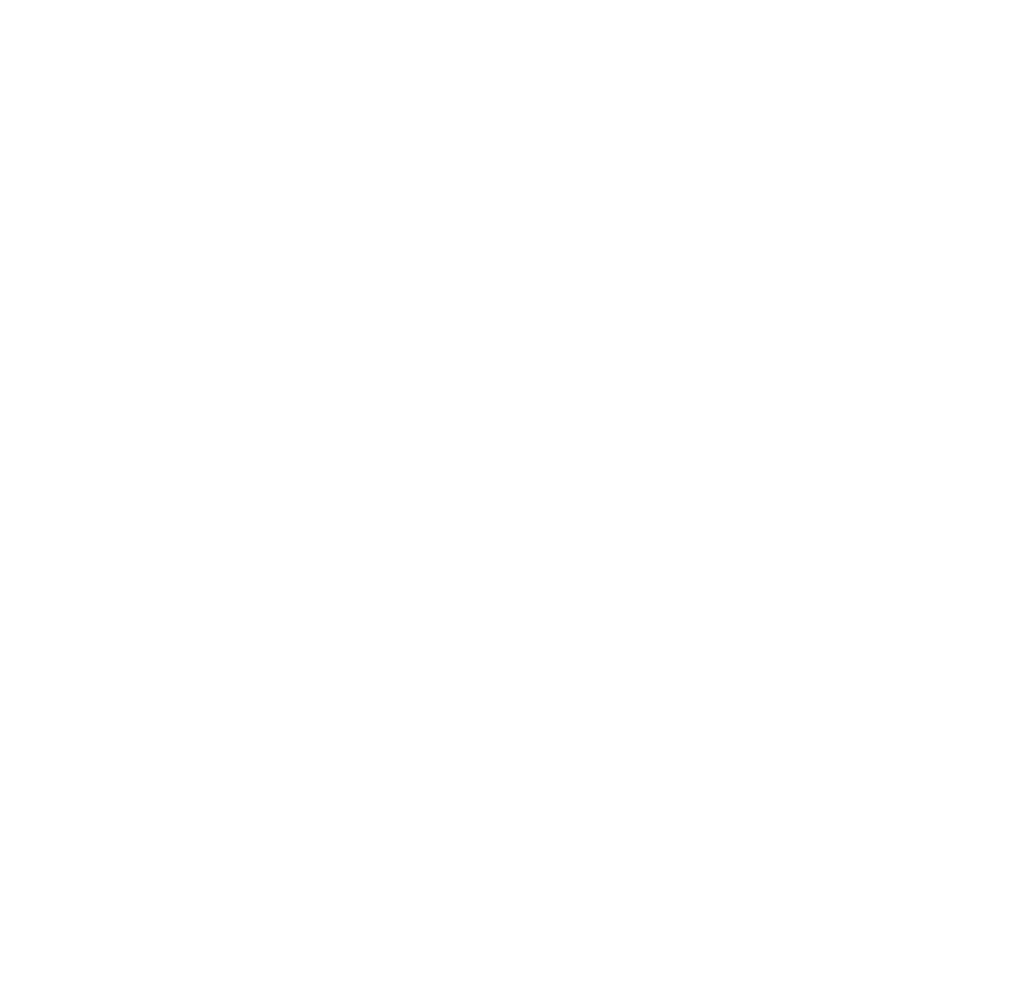
<source format=kicad_pcb>
(kicad_pcb (version 20171130) (host pcbnew "(5.1.5-0-10_14)")

  (general
    (thickness 1.6)
    (drawings 82)
    (tracks 0)
    (zones 0)
    (modules 0)
    (nets 1)
  )

  (page A4)
  (title_block
    (title "Pinky3 Top Plate Design")
    (date 2018-12-23)
    (rev 0.3)
    (company @tamanishi)
  )

  (layers
    (0 F.Cu signal)
    (31 B.Cu signal)
    (32 B.Adhes user)
    (33 F.Adhes user)
    (34 B.Paste user)
    (35 F.Paste user)
    (36 B.SilkS user)
    (37 F.SilkS user)
    (38 B.Mask user)
    (39 F.Mask user)
    (40 Dwgs.User user hide)
    (41 Cmts.User user)
    (42 Eco1.User user)
    (43 Eco2.User user)
    (44 Edge.Cuts user)
    (45 Margin user)
    (46 B.CrtYd user)
    (47 F.CrtYd user)
    (48 B.Fab user)
    (49 F.Fab user)
  )

  (setup
    (last_trace_width 0.25)
    (user_trace_width 0.5)
    (trace_clearance 0.2)
    (zone_clearance 0.508)
    (zone_45_only no)
    (trace_min 0.2)
    (via_size 0.6)
    (via_drill 0.4)
    (via_min_size 0.4)
    (via_min_drill 0.3)
    (uvia_size 0.4)
    (uvia_drill 0.3)
    (uvias_allowed no)
    (uvia_min_size 0.4)
    (uvia_min_drill 0.3)
    (edge_width 0.15)
    (segment_width 0.15)
    (pcb_text_width 0.3)
    (pcb_text_size 1.5 1.5)
    (mod_edge_width 0.15)
    (mod_text_size 1 1)
    (mod_text_width 0.15)
    (pad_size 5 5)
    (pad_drill 4.8)
    (pad_to_mask_clearance 0.2)
    (solder_mask_min_width 0.25)
    (aux_axis_origin 41 54.3)
    (visible_elements FFFFE77F)
    (pcbplotparams
      (layerselection 0x01000_7ffffffe)
      (usegerberextensions false)
      (usegerberattributes false)
      (usegerberadvancedattributes false)
      (creategerberjobfile false)
      (excludeedgelayer true)
      (linewidth 0.100000)
      (plotframeref false)
      (viasonmask false)
      (mode 1)
      (useauxorigin false)
      (hpglpennumber 1)
      (hpglpenspeed 20)
      (hpglpendiameter 15.000000)
      (psnegative false)
      (psa4output false)
      (plotreference true)
      (plotvalue true)
      (plotinvisibletext false)
      (padsonsilk false)
      (subtractmaskfromsilk false)
      (outputformat 3)
      (mirror false)
      (drillshape 0)
      (scaleselection 1)
      (outputdirectory "Gerber/"))
  )

  (net 0 "")

  (net_class Default "This is the default net class."
    (clearance 0.2)
    (trace_width 0.25)
    (via_dia 0.6)
    (via_drill 0.4)
    (uvia_dia 0.4)
    (uvia_drill 0.3)
  )

  (gr_circle (center 103.475 71.7) (end 104.702294 71.7) (layer Edge.Cuts) (width 0.00001) (tstamp 5DEB7948))
  (gr_arc (start 101.875 55.6) (end 101.875 54.9) (angle -90) (layer Edge.Cuts) (width 0.00001) (tstamp 5DEB7947))
  (gr_arc (start 138.895 73.3) (end 138.895 74) (angle -90) (layer Edge.Cuts) (width 0.00001) (tstamp 5DEB7946))
  (gr_line (start 138.895 74) (end 101.875 74) (layer Edge.Cuts) (width 0.00001) (tstamp 5DEB7945))
  (gr_line (start 101.175 73.3) (end 101.175 55.6) (layer Edge.Cuts) (width 0.00001) (tstamp 5DEB7944))
  (gr_arc (start 138.9 55.6) (end 139.595 55.6) (angle -90) (layer Edge.Cuts) (width 0.00001) (tstamp 5DEB7943))
  (gr_line (start 139.595 73.3) (end 139.595 55.6) (layer Edge.Cuts) (width 0.00001) (tstamp 5DEB7942))
  (gr_circle (center 103.475 57.2) (end 104.702294 57.2) (layer Edge.Cuts) (width 0.00001) (tstamp 5DEB7941))
  (gr_line (start 138.9 54.905) (end 101.875 54.9) (layer Edge.Cuts) (width 0.00001) (tstamp 5DEB7940))
  (gr_arc (start 101.875 73.3) (end 101.175 73.3) (angle -90) (layer Edge.Cuts) (width 0.00001) (tstamp 5DEB793F))
  (gr_circle (center 103.475 92.375) (end 104.702294 92.375) (layer Edge.Cuts) (width 0.00001) (tstamp 5DEB778A))
  (gr_arc (start 101.875 76.275) (end 101.875 75.575) (angle -90) (layer Edge.Cuts) (width 0.00001) (tstamp 5DEB7789))
  (gr_circle (center 103.475 77.875) (end 104.702294 77.875) (layer Edge.Cuts) (width 0.00001) (tstamp 5DEB7788))
  (gr_line (start 138.9 75.58) (end 101.875 75.575) (layer Edge.Cuts) (width 0.00001) (tstamp 5DEB7787))
  (gr_arc (start 138.895 93.975) (end 138.895 94.675) (angle -90) (layer Edge.Cuts) (width 0.00001) (tstamp 5DEB7786))
  (gr_line (start 138.895 94.675) (end 101.875 94.675) (layer Edge.Cuts) (width 0.00001) (tstamp 5DEB7785))
  (gr_arc (start 101.875 93.975) (end 101.175 93.975) (angle -90) (layer Edge.Cuts) (width 0.00001) (tstamp 5DEB7784))
  (gr_line (start 139.595 93.975) (end 139.595 76.275) (layer Edge.Cuts) (width 0.00001) (tstamp 5DEB7783))
  (gr_line (start 101.175 93.975) (end 101.175 76.275) (layer Edge.Cuts) (width 0.00001) (tstamp 5DEB7782))
  (gr_arc (start 138.9 76.275) (end 139.595 76.275) (angle -90) (layer Edge.Cuts) (width 0.00001) (tstamp 5DEB7781))
  (gr_arc (start 129.275 152.7) (end 129.275 153.4) (angle -90) (layer Edge.Cuts) (width 0.00001) (tstamp 5DEB4047))
  (gr_line (start 111.575 96.6) (end 129.275 96.6) (layer Edge.Cuts) (width 0.00001) (tstamp 5DEB4046))
  (gr_line (start 111.575 153.4) (end 129.275 153.4) (layer Edge.Cuts) (width 0.00001) (tstamp 5DEB4045))
  (gr_arc (start 111.575 97.3) (end 111.575 96.6) (angle -90) (layer Edge.Cuts) (width 0.00001) (tstamp 5DEB4044))
  (gr_line (start 110.875 152.7) (end 110.875 97.3) (layer Edge.Cuts) (width 0.00001) (tstamp 5DEB4043))
  (gr_arc (start 111.575 152.7) (end 110.875 152.7) (angle -90) (layer Edge.Cuts) (width 0.00001) (tstamp 5DEB4042))
  (gr_line (start 129.975 152.7) (end 129.975 97.3) (layer Edge.Cuts) (width 0.00001) (tstamp 5DEB4041))
  (gr_circle (center 127.675 98.9) (end 127.675 100.127294) (layer Edge.Cuts) (width 0.00001) (tstamp 5DEB4040))
  (gr_arc (start 129.275 97.3) (end 129.975 97.3) (angle -90) (layer Edge.Cuts) (width 0.00001) (tstamp 5DEB403F))
  (gr_circle (center 113.175 98.9) (end 113.175 100.127294) (layer Edge.Cuts) (width 0.00001) (tstamp 5DEB403E))
  (gr_arc (start 106.825 152.75) (end 106.825 153.45) (angle -90) (layer Edge.Cuts) (width 0.00001) (tstamp 5DEB4047))
  (gr_line (start 89.125 96.65) (end 106.825 96.65) (layer Edge.Cuts) (width 0.00001) (tstamp 5DEB4046))
  (gr_line (start 89.125 153.45) (end 106.825 153.45) (layer Edge.Cuts) (width 0.00001) (tstamp 5DEB4045))
  (gr_arc (start 89.125 97.35) (end 89.125 96.65) (angle -90) (layer Edge.Cuts) (width 0.00001) (tstamp 5DEB4044))
  (gr_line (start 88.425 152.75) (end 88.425 97.35) (layer Edge.Cuts) (width 0.00001) (tstamp 5DEB4043))
  (gr_arc (start 89.125 152.75) (end 88.425 152.75) (angle -90) (layer Edge.Cuts) (width 0.00001) (tstamp 5DEB4042))
  (gr_line (start 107.525 152.75) (end 107.525 97.35) (layer Edge.Cuts) (width 0.00001) (tstamp 5DEB4041))
  (gr_circle (center 105.225 98.95) (end 105.225 100.177294) (layer Edge.Cuts) (width 0.00001) (tstamp 5DEB4040))
  (gr_arc (start 106.825 97.35) (end 107.525 97.35) (angle -90) (layer Edge.Cuts) (width 0.00001) (tstamp 5DEB403F))
  (gr_circle (center 90.725 98.95) (end 90.725 100.177294) (layer Edge.Cuts) (width 0.00001) (tstamp 5DEB403E))
  (gr_arc (start 83.725 152.625) (end 83.725 153.325) (angle -90) (layer Edge.Cuts) (width 0.00001) (tstamp 5DEB4047))
  (gr_line (start 66.025 96.525) (end 83.725 96.525) (layer Edge.Cuts) (width 0.00001) (tstamp 5DEB4046))
  (gr_line (start 66.025 153.325) (end 83.725 153.325) (layer Edge.Cuts) (width 0.00001) (tstamp 5DEB4045))
  (gr_arc (start 66.025 97.225) (end 66.025 96.525) (angle -90) (layer Edge.Cuts) (width 0.00001) (tstamp 5DEB4044))
  (gr_line (start 65.325 152.625) (end 65.325 97.225) (layer Edge.Cuts) (width 0.00001) (tstamp 5DEB4043))
  (gr_arc (start 66.025 152.625) (end 65.325 152.625) (angle -90) (layer Edge.Cuts) (width 0.00001) (tstamp 5DEB4042))
  (gr_line (start 84.425 152.625) (end 84.425 97.225) (layer Edge.Cuts) (width 0.00001) (tstamp 5DEB4041))
  (gr_circle (center 82.125 98.825) (end 82.125 100.052294) (layer Edge.Cuts) (width 0.00001) (tstamp 5DEB4040))
  (gr_arc (start 83.725 97.225) (end 84.425 97.225) (angle -90) (layer Edge.Cuts) (width 0.00001) (tstamp 5DEB403F))
  (gr_circle (center 67.625 98.825) (end 67.625 100.052294) (layer Edge.Cuts) (width 0.00001) (tstamp 5DEB403E))
  (gr_arc (start 60.775 152.725) (end 60.775 153.425) (angle -90) (layer Edge.Cuts) (width 0.00001) (tstamp 5DEB4047))
  (gr_line (start 43.075 96.625) (end 60.775 96.625) (layer Edge.Cuts) (width 0.00001) (tstamp 5DEB4046))
  (gr_line (start 43.075 153.425) (end 60.775 153.425) (layer Edge.Cuts) (width 0.00001) (tstamp 5DEB4045))
  (gr_arc (start 43.075 97.325) (end 43.075 96.625) (angle -90) (layer Edge.Cuts) (width 0.00001) (tstamp 5DEB4044))
  (gr_line (start 42.375 152.725) (end 42.375 97.325) (layer Edge.Cuts) (width 0.00001) (tstamp 5DEB4043))
  (gr_arc (start 43.075 152.725) (end 42.375 152.725) (angle -90) (layer Edge.Cuts) (width 0.00001) (tstamp 5DEB4042))
  (gr_line (start 61.475 152.725) (end 61.475 97.325) (layer Edge.Cuts) (width 0.00001) (tstamp 5DEB4041))
  (gr_circle (center 59.175 98.925) (end 59.175 100.152294) (layer Edge.Cuts) (width 0.00001) (tstamp 5DEB4040))
  (gr_arc (start 60.775 97.325) (end 61.475 97.325) (angle -90) (layer Edge.Cuts) (width 0.00001) (tstamp 5DEB403F))
  (gr_circle (center 44.675 98.925) (end 44.675 100.152294) (layer Edge.Cuts) (width 0.00001) (tstamp 5DEB403E))
  (gr_arc (start 98.35 76.25) (end 99.05 76.25) (angle -90) (layer Edge.Cuts) (width 0.00001) (tstamp 5DEB4047))
  (gr_line (start 42.25 93.95) (end 42.25 76.25) (layer Edge.Cuts) (width 0.00001) (tstamp 5DEB4046))
  (gr_line (start 99.05 93.95) (end 99.05 76.25) (layer Edge.Cuts) (width 0.00001) (tstamp 5DEB4045))
  (gr_arc (start 42.95 93.95) (end 42.25 93.95) (angle -90) (layer Edge.Cuts) (width 0.00001) (tstamp 5DEB4044))
  (gr_line (start 98.35 94.65) (end 42.95 94.65) (layer Edge.Cuts) (width 0.00001) (tstamp 5DEB4043))
  (gr_arc (start 98.35 93.95) (end 98.35 94.65) (angle -90) (layer Edge.Cuts) (width 0.00001) (tstamp 5DEB4042))
  (gr_line (start 98.35 75.55) (end 42.95 75.55) (layer Edge.Cuts) (width 0.00001) (tstamp 5DEB4041))
  (gr_circle (center 44.55 77.85) (end 45.777294 77.85) (layer Edge.Cuts) (width 0.00001) (tstamp 5DEB4040))
  (gr_arc (start 42.95 76.25) (end 42.95 75.55) (angle -90) (layer Edge.Cuts) (width 0.00001) (tstamp 5DEB403F))
  (gr_circle (center 44.55 92.35) (end 45.777294 92.35) (layer Edge.Cuts) (width 0.00001) (tstamp 5DEB403E))
  (gr_circle (center 44.4 71.7) (end 45.627294 71.7) (layer Edge.Cuts) (width 0.00001) (tstamp 5DEB3FD9))
  (gr_circle (center 44.4 57.2) (end 45.627294 57.2) (layer Edge.Cuts) (width 0.00001))
  (gr_arc (start 42.8 55.6) (end 42.8 54.9) (angle -90) (layer Edge.Cuts) (width 0.00001) (tstamp 5DEB3EFA))
  (gr_line (start 42.1 73.3) (end 42.1 55.6) (layer Edge.Cuts) (width 0.00001) (tstamp 5DEB3EF5))
  (gr_arc (start 98.2 55.6) (end 98.9 55.6) (angle -90) (layer Edge.Cuts) (width 0.00001) (tstamp 5DEB3EF4))
  (gr_arc (start 98.2 73.3) (end 98.2 74) (angle -90) (layer Edge.Cuts) (width 0.00001) (tstamp 5DEB3EF3))
  (gr_line (start 98.2 74) (end 42.8 74) (layer Edge.Cuts) (width 0.00001) (tstamp 5DEB3EF2))
  (gr_arc (start 42.8 73.3) (end 42.1 73.3) (angle -90) (layer Edge.Cuts) (width 0.00001) (tstamp 5DEB3EF1))
  (gr_line (start 98.9 73.3) (end 98.9 55.6) (layer Edge.Cuts) (width 0.00001) (tstamp 5DEB3EF0))
  (gr_line (start 98.2 54.9) (end 42.8 54.9) (layer Edge.Cuts) (width 0.00001) (tstamp 5DEB3EEF))
  (dimension 100 (width 0.3) (layer F.CrtYd)
    (gr_text "100.000 mm" (at 91 48.3) (layer F.CrtYd)
      (effects (font (size 1.5 1.5) (thickness 0.3)))
    )
    (feature1 (pts (xy 141 54.3) (xy 141 49.813579)))
    (feature2 (pts (xy 41 54.3) (xy 41 49.813579)))
    (crossbar (pts (xy 41 50.4) (xy 141 50.4)))
    (arrow1a (pts (xy 141 50.4) (xy 139.873496 50.986421)))
    (arrow1b (pts (xy 141 50.4) (xy 139.873496 49.813579)))
    (arrow2a (pts (xy 41 50.4) (xy 42.126504 50.986421)))
    (arrow2b (pts (xy 41 50.4) (xy 42.126504 49.813579)))
  )
  (dimension 100 (width 0.3) (layer F.CrtYd)
    (gr_text "100.000 mm" (at 35.637587 104.3 90) (layer F.CrtYd)
      (effects (font (size 1.5 1.5) (thickness 0.3)))
    )
    (feature1 (pts (xy 41 154.3) (xy 37.151166 154.3)))
    (feature2 (pts (xy 41 54.3) (xy 37.151166 54.3)))
    (crossbar (pts (xy 37.737587 54.3) (xy 37.737587 154.3)))
    (arrow1a (pts (xy 37.737587 154.3) (xy 37.151166 153.173496)))
    (arrow1b (pts (xy 37.737587 154.3) (xy 38.324008 153.173496)))
    (arrow2a (pts (xy 37.737587 54.3) (xy 37.151166 55.426504)))
    (arrow2b (pts (xy 37.737587 54.3) (xy 38.324008 55.426504)))
  )

)

</source>
